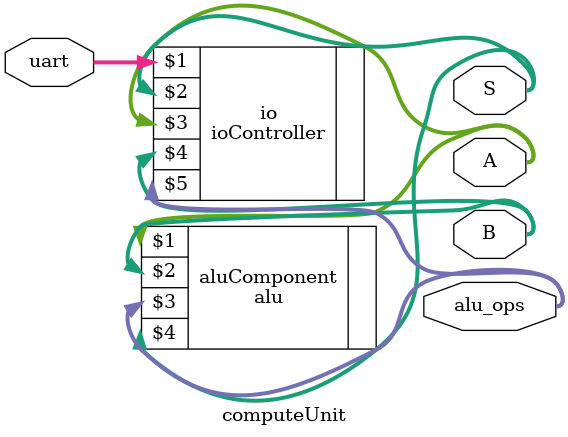
<source format=v>
`timescale 1ns / 1ps


module computeUnit(
    input [7:0] uart,
    output [15:0] A,
    output [15:0] B,
    output [2:0] alu_ops,
    output [16:0] S
    );
    
    ioController io(uart, S, A, B, alu_ops);
    alu aluComponent(A, B, alu_ops, S);
endmodule

</source>
